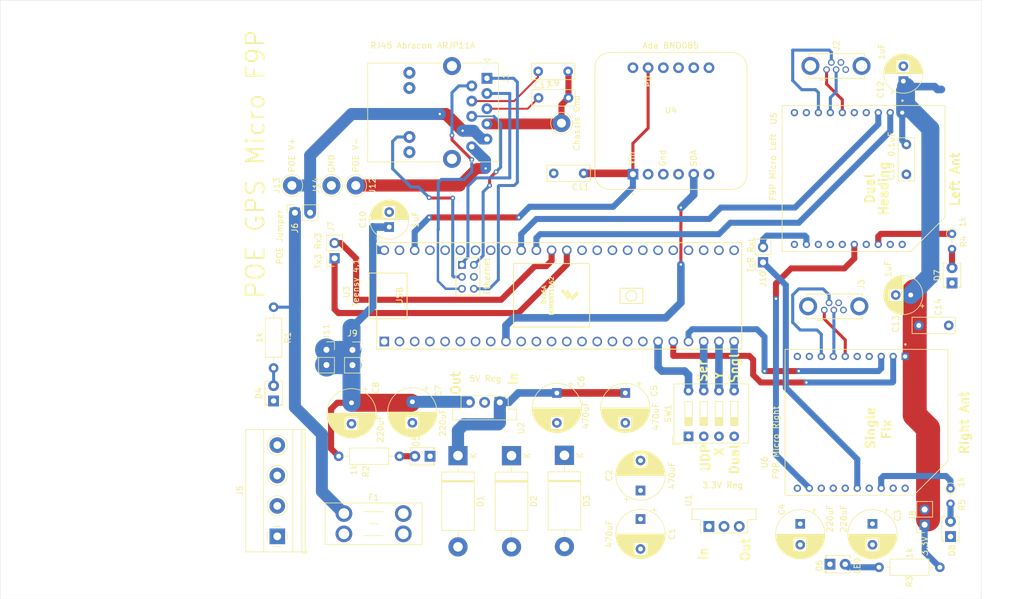
<source format=kicad_pcb>
(kicad_pcb (version 20211014) (generator pcbnew)
  (layers (0 "F.Cu" signal) (31 "B.Cu" signal) (37 "F.SilkS" user "F.Silkscreen") (44 "Edge.Cuts" user))
  (net 0 "")
  (net 1 "GND")
  (net 2 "+5V")
  (net 3 "Net-(C1-Pad1)")
  (net 4 "Net-(C5-Pad1)")
  (net 5 "+12V")
  (net 6 "Net-(J1-Pad3)")
  (net 7 "Net-(J1-Pad6)")
  (net 8 "Net-(C11-Pad1)")
  (net 10 "Net-(C17-Pad1)")
  (net 11 "Net-(J2-Pad1)")
  (net 12 "Net-(J2-Pad2)")
  (net 13 "Net-(J2-Pad3)")
  (net 15 "Net-(J3-Pad1)")
  (net 16 "Net-(J3-Pad2)")
  (net 17 "Net-(J3-Pad3)")
  (net 19 "Net-(J1-Pad1)")
  (net 20 "Net-(J1-Pad2)")
  (net 32 "Net-(U3-Pad9)")
  (net 43 "Net-(U3-Pad20)")
  (net 62 "Net-(U5-Pad16)")
  (net 75 "Net-(J1-Pad13)")
  (net 76 "Net-(SW1-Pad5)")
  (net 77 "Net-(SW1-Pad6)")
  (net 78 "Net-(SW1-Pad7)")
  (net 79 "Net-(SW1-Pad8)")
  (net 80 "Net-(U3-Pad38)")
  (net 81 "Net-(U3-Pad21)")
  (net 82 "Net-(U3-Pad39)")
  (net 85 "Earth")
  (net 87 "Net-(D1-Pad2)")
  (net 92 "Net-(J1-Pad9)")
  (net 93 "Net-(J7-Pad1)")
  (net 94 "Net-(J7-Pad2)")
  (net 95 "Net-(J10-Pad1)")
  (net 96 "Net-(J10-Pad2)")
  (net 97 "+3.3V")
  (net 98 "Net-(D4-Pad2)")
  (net 99 "Net-(D5-Pad2)")
  (net 100 "Net-(D6-Pad2)")
  (net 101 "Net-(J1-Pad10)")
  (net 102 "Net-(R4-Pad1)")
  (net 103 "Net-(D7-Pad2)")
  (net 104 "Net-(D8-Pad2)")
  (net 105 "Net-(R5-Pad1)")
  (net 106 "Net-(C9-Pad1)")
  (footprint "Diode_THT:D_DO-201AD_P15.24mm_Horizontal" (layer "F.Cu") (at 145.3896 119.7864 -90)
    (fp_text reference "D2")
    (fp_text value "1N5401")
  )
  (footprint "Resistor_THT:R_Axial_DIN0207_L6.3mm_D2.5mm_P10.16mm_Horizontal" (layer "F.Cu") (at 105.664 94.996 -90)
    (fp_text reference "R1")
    (fp_text value "1k")
  )
  (footprint "Button_Switch_THT:SW_DIP_SPSTx04_Slide_9.78x12.34mm_W7.62mm_P2.54mm" (layer "F.Cu") (at 174.9525 116.562574 90)
    (fp_text reference "SW1")
    (fp_text value "4 Pos DIP")
  )
  (footprint "Capacitor_THT:CP_Radial_D8.0mm_P5.00mm" (layer "F.Cu") (at 166.931963 125.603329 90)
    (fp_text reference "C2")
    (fp_text value "470uF")
  )
  (footprint "Capacitor_THT:CP_Radial_D8.0mm_P3.50mm" (layer "F.Cu") (at 128.831963 110.79947 -90)
    (fp_text reference "C7")
    (fp_text value "220uF")
  )
  (footprint "Capacitor_THT:CP_Radial_D6.3mm_P2.50mm" (layer "F.Cu") (at 212.0494 92.964 180)
    (fp_text reference "C13")
    (fp_text value "1uF")
  )
  (footprint "AA_Foots:Teensy41_BGT" (layer "F.Cu") (at 153.3525 93.110074)
    (fp_text reference "U3")
    (fp_text value "Teensy 4.1")
  )
  (footprint "Connector_Pin:Pin_D1.3mm_L11.0mm_LooseFit" (layer "F.Cu") (at 108.712 74.676)
    (fp_text reference "J13")
    (fp_text value "POE V+")
  )
  (footprint "Converter_DCDC:Converter_DCDC_Murata_OKI-78SR_Vertical" (layer "F.Cu") (at 178.341963 131.606148)
    (fp_text reference "U1")
    (fp_text value "3.3V Reg")
  )
  (footprint "AA_Foots:USB_Mini_B_AdamTech_musb_b5_s_vt_02_TH" (layer "F.Cu") (at 199.598277 54.72876)
    (fp_text reference "J2")
    (fp_text value "B Micro USB")
  )
  (footprint "Connector_Pin:Pin_D1.3mm_L11.0mm_LooseFit" (layer "F.Cu") (at 153.7335 64.262 180)
    (fp_text reference "J4" hide)
    (fp_text value "Chassis Gnd")
  )
  (footprint "Connector_PinSocket_2.54mm:PinSocket_1x02_P2.54mm_Vertical" (layer "F.Cu") (at 115.8435 86.828 180)
    (fp_text reference "J7")
    (fp_text value "Tx3 Rx3")
  )
  (footprint "Connector_PinSocket_2.54mm:PinSocket_1x02_P2.54mm_Vertical" (layer "F.Cu") (at 109.22 79.223 90)
    (fp_text reference "J6")
    (fp_text value "POE Jumper")
  )
  (footprint "Capacitor_THT:C_Disc_D7.0mm_W2.5mm_P5.00mm" (layer "F.Cu") (at 213.4 98.044)
    (fp_text reference "C14")
    (fp_text value "0.1uF")
  )
  (footprint "Capacitor_THT:C_Disc_D7.0mm_W2.5mm_P5.00mm" (layer "F.Cu") (at 157.44 72.644 180)
    (fp_text reference "C11")
    (fp_text value "0.1uF")
  )
  (footprint "Capacitor_THT:C_Disc_D7.0mm_W2.5mm_P5.00mm" (layer "F.Cu") (at 211.328 67.818 -90)
    (fp_text reference "C15")
    (fp_text value "0.1uF")
  )
  (footprint "Capacitor_THT:CP_Radial_D8.0mm_P3.50mm" (layer "F.Cu") (at 118.671963 110.961215 -90)
    (fp_text reference "C8")
    (fp_text value "220uF")
  )
  (footprint "Resistor_THT:R_Axial_DIN0207_L6.3mm_D2.5mm_P10.16mm_Horizontal" (layer "F.Cu") (at 216.916 138.43 180)
    (fp_text reference "R3")
    (fp_text value "1k")
  )
  (footprint "LED_THT:LED_D2.0mm_W4.0mm_H2.8mm_FlatTop" (layer "F.Cu") (at 131.7875 119.888 180)
    (fp_text reference "D5")
    (fp_text value "LED")
  )
  (footprint "Connector_PinSocket_2.54mm:PinSocket_1x02_P2.54mm_Vertical" (layer "F.Cu") (at 114.4905 102.108)
    (fp_text reference "J11")
    (fp_text value "5V")
  )
  (footprint "Connector_Pin:Pin_D1.3mm_L11.0mm_LooseFit" (layer "F.Cu") (at 119.38 74.676)
    (fp_text reference "J12")
    (fp_text value "POE V-")
  )
  (footprint "Converter_DCDC:Converter_DCDC_Murata_OKI-78SR_Vertical" (layer "F.Cu") (at 143.441963 110.890074 180)
    (fp_text reference "U2")
    (fp_text value "5V Reg")
  )
  (footprint "LED_THT:LED_D2.0mm_W4.0mm_H2.8mm_FlatTop" (layer "F.Cu") (at 218.694 133.302 90)
    (fp_text reference "D8")
    (fp_text value "LED")
  )
  (footprint "Capacitor_THT:C_Disc_D7.0mm_W2.5mm_P5.00mm" (layer "F.Cu") (at 149.9 60.0456)
    (fp_text reference "C9")
    (fp_text value "0.1uF")
  )
  (footprint "Capacitor_THT:CP_Radial_D8.0mm_P5.00mm" (layer "F.Cu") (at 166.931963 130.36947 -90)
    (fp_text reference "C1")
    (fp_text value "470uF")
  )
  (footprint "Connector_PinSocket_2.54mm:PinSocket_1x02_P2.54mm_Vertical" (layer "F.Cu") (at 214.376 131.318 180)
    (fp_text reference "J8")
    (fp_text value "3.3V")
  )
  (footprint "AA_Foots:BNO085_Adafruit_4754" (layer "F.Cu") (at 172.011963 63.900074)
    (fp_text reference "U4")
    (fp_text value "Ada BNO085")
  )
  (footprint "AA_Foots:MODULE_AS-RTK2B-MICRO-F9P-L1L2SMATH-00" (layer "F.Cu") (at 204.659203 114.2265 -90)
    (fp_text reference "U6")
    (fp_text value "F9P Micro Right")
  )
  (footprint "Connector_Pin:Pin_D1.3mm_L11.0mm_LooseFit" (layer "F.Cu") (at 115.316 74.676)
    (fp_text reference "J14")
    (fp_text value "GND")
  )
  (footprint "Diode_THT:D_DO-201AD_P15.24mm_Horizontal" (layer "F.Cu") (at 154.2288 119.7356 -90)
    (fp_text reference "D3")
    (fp_text value "1N5401")
  )
  (footprint "LED_THT:LED_D2.0mm_W4.0mm_H2.8mm_FlatTop" (layer "F.Cu") (at 198.5645 137.922)
    (fp_text reference "D6")
    (fp_text value "LED")
  )
  (footprint "Diode_THT:D_DO-201AD_P15.24mm_Horizontal" (layer "F.Cu") (at 136.451963 119.780074 -90)
    (fp_text reference "D1")
    (fp_text value "1N5401")
  )
  (footprint "Capacitor_THT:CP_Radial_D8.0mm_P5.00mm" (layer "F.Cu") (at 152.961963 109.317121 -90)
    (fp_text reference "C6")
    (fp_text value "470uF")
  )
  (footprint "Connector_RJ:RJ45_Abracon_ARJP11A-MA_Horizontal" (layer "F.Cu") (at 141.2875 56.774 -90)
    (fp_text reference "J1")
    (fp_text value "RJ45 Abracon ARJP11A")
  )
  (footprint "Connector_PinSocket_2.54mm:PinSocket_1x02_P2.54mm_Vertical" (layer "F.Cu") (at 187.3885 87.503 180)
    (fp_text reference "J10")
    (fp_text value "TxR RxL")
  )
  (footprint "Resistor_THT:R_Axial_DIN0207_L6.3mm_D2.5mm_P10.16mm_Horizontal" (layer "F.Cu") (at 116.5225 119.888)
    (fp_text reference "R2")
    (fp_text value "1k")
  )
  (footprint "Capacitor_THT:CP_Radial_D8.0mm_P5.00mm" (layer "F.Cu") (at 164.391963 109.317121 -90)
    (fp_text reference "C5")
    (fp_text value "470uF")
  )
  (footprint "AA_Foots:USB_Mini_B_AdamTech_musb_b5_s_vt_02_TH" (layer "F.Cu") (at 199.2175 94.869)
    (fp_text reference "J3")
    (fp_text value "B Micro USB")
  )
  (footprint "Capacitor_THT:CP_Radial_D6.3mm_P2.50mm" (layer "F.Cu") (at 210.82 57.248758 90)
    (fp_text reference "C12")
    (fp_text value "1uF")
  )
  (footprint "Capacitor_THT:CP_Radial_D8.0mm_P3.50mm" (layer "F.Cu") (at 205.666963 131.168094 -90)
    (fp_text reference "C3")
    (fp_text value "220uF")
  )
  (footprint "AA_Foots:MODULE_AS-RTK2B-MICRO-F9P-L1L2SMATH-00" (layer "F.Cu") (at 204.170277 73.51126 -90)
    (fp_text reference "U5")
    (fp_text value "F9P Micro Left")
  )
  (footprint "LED_THT:LED_D2.0mm_W4.0mm_H2.8mm_FlatTop" (layer "F.Cu") (at 218.948 90.952 90)
    (fp_text reference "D7")
    (fp_text value "LED")
  )
  (footprint "Connector_PinSocket_2.54mm:PinSocket_1x02_P2.54mm_Vertical" (layer "F.Cu") (at 118.8335 102.128)
    (fp_text reference "J9")
    (fp_text value "5V")
  )
  (footprint "Capacitor_THT:CP_Radial_D8.0mm_P3.50mm" (layer "F.Cu") (at 193.601963 131.168195 -90)
    (fp_text reference "C4")
    (fp_text value "220uF")
  )
  (footprint "Capacitor_THT:C_Disc_D7.0mm_W2.5mm_P5.00mm" (layer "F.Cu") (at 149.8492 55.626)
    (fp_text reference "C17")
    (fp_text value "0.1uF")
  )
  (footprint "Resistor_THT:R_Axial_DIN0204_L3.6mm_D1.6mm_P2.54mm_Vertical" (layer "F.Cu") (at 218.694 125.272 -90)
    (fp_text reference "R5")
    (fp_text value "1k")
  )
  (footprint "Fuse:Fuseholder_Blade_Mini_Keystone_3568" (layer "F.Cu") (at 117.401963 129.451148)
    (fp_text reference "F1")
    (fp_text value "Keystone 3568")
  )
  (footprint "LED_THT:LED_D2.0mm_W4.0mm_H2.8mm_FlatTop" (layer "F.Cu") (at 105.664 110.646 90)
    (fp_text reference "D4")
    (fp_text value "LED")
  )
  (footprint "TerminalBlock_Phoenix:TerminalBlock_Phoenix_MKDS-1,5-4-5.08_1x04_P5.08mm_Horizontal" (layer "F.Cu") (at 106.276963 133.261148 90)
    (fp_text reference "J5")
    (fp_text value "4x Terminal")
  )
  (footprint "Capacitor_THT:CP_Radial_D6.3mm_P2.50mm" (layer "F.Cu") (at 124.968 81.61628 90)
    (fp_text reference "C10")
    (fp_text value "1uF")
  )
  (footprint "Resistor_THT:R_Axial_DIN0204_L3.6mm_D1.6mm_P2.54mm_Vertical" (layer "F.Cu") (at 218.948 82.756 -90)
    (fp_text reference "R4")
    (fp_text value "1k")
  )
  (gr_rect locked (start 223.834 143.726) (end 60 43.726) (layer "Edge.Cuts") (width 0.05) (fill none))
  (gr_text "Heading" (at 207.518 75.184 90) (layer "F.SilkS") (effects (font (size 1.5 1.5) (thickness 0.3))))
  (gr_text "Y" (at 180.086 106.426 90) (layer "F.SilkS") (effects (font (size 1.5 1.5) (thickness 0.3))))
  (gr_text "POE GPS Micro F9P" (at 102.616 71.12 90) (layer "F.SilkS") (effects (font (size 3 3) (thickness 0.3))))
  (gr_text "Dual\n" (at 205.232 75.184 90) (layer "F.SilkS") (effects (font (size 1.5 1.5) (thickness 0.3))))
  (gr_text "Out" (at 136.0805 107.696 90) (layer "F.SilkS") (effects (font (size 1.5 1.5) (thickness 0.3))))
  (gr_text "Single" (at 205.3336 115.1636 90) (layer "F.SilkS") (effects (font (size 1.5 1.5) (thickness 0.3))))
  (gr_text "Ser" (at 177.292 105.664 90) (layer "F.SilkS") (effects (font (size 1.5 1.5) (thickness 0.3))))
  (gr_text "X" (at 180.086 119.126 90) (layer "F.SilkS") (effects (font (size 1.5 1.5) (thickness 0.3))))
  (gr_text "Out" (at 184.4675 135.509 90) (layer "F.SilkS") (effects (font (size 1.5 1.5) (thickness 0.3))))
  (gr_text "Right Ant\n" (at 220.98 114.3 90) (layer "F.SilkS") (effects (font (size 1.5 1.5) (thickness 0.3))))
  (gr_text "Fix\n" (at 208.026 115.4176 90) (layer "F.SilkS") (effects (font (size 1.5 1.5) (thickness 0.3))))
  (gr_text "In" (at 145.7325 106.934 90) (layer "F.SilkS") (effects (font (size 1.5 1.5) (thickness 0.3))))
  (gr_text "Sngl" (at 182.626 105.156 90) (layer "F.SilkS") (effects (font (size 1.5 1.5) (thickness 0.3))))
  (gr_text "Dual" (at 182.626 120.396 90) (layer "F.SilkS") (effects (font (size 1.5 1.5) (thickness 0.3))))
  (gr_text "Left Ant\n" (at 219.456 73.66 90) (layer "F.SilkS") (effects (font (size 1.5 1.5) (thickness 0.3))))
  (gr_text "UDP" (at 177.8 120.142 90) (layer "F.SilkS") (effects (font (size 1.5 1.5) (thickness 0.3))))
  (gr_text "In" (at 177.4825 136.144 90) (layer "F.SilkS") (effects (font (size 1.5 1.5) (thickness 0.3))))
  (segment (start 115.2525 118.618) (end 115.2525 112.014) (width 1.016) (layer "F.Cu") (net 2))
  (segment (start 115.2525 112.014) (end 116.305285 110.961215) (width 1.016) (layer "F.Cu") (net 2))
  (segment (start 116.305285 110.961215) (end 118.671963 110.961215) (width 1.016) (layer "F.Cu") (net 2))
  (segment (start 116.5225 119.888) (end 115.2525 118.618) (width 1.016) (layer "F.Cu") (net 2))
  (segment (start 118.671963 110.961215) (end 128.670218 110.961215) (width 3) (layer "F.Cu") (net 2))
  (segment (start 122.2375 94.869) (end 118.671963 98.434537) (width 1.27) (layer "B.Cu") (net 2))
  (segment (start 114.4905 102.108) (end 114.4905 104.648) (width 3) (layer "B.Cu") (net 2))
  (segment (start 122.2375 81.592454) (end 122.2375 94.869) (width 1.27) (layer "B.Cu") (net 2))
  (segment (start 122.2375 81.592454) (end 122.261326 81.61628) (width 1.27) (layer "B.Cu") (net 2))
  (segment (start 118.8335 104.668) (end 114.5105 104.668) (width 3) (layer "B.Cu") (net 2))
  (segment (start 128.831963 110.79947) (end 138.271359 110.79947) (width 2) (layer "B.Cu") (net 2))
  (segment (start 114.5105 102.128) (end 114.4905 102.108) (width 3.81) (layer "B.Cu") (net 2))
  (segment (start 118.671963 98.434537) (end 118.671963 110.961215) (width 3) (layer "B.Cu") (net 2))
  (segment (start 118.8335 102.128) (end 114.5105 102.128) (width 3) (layer "B.Cu") (net 2))
  (segment (start 124.1425 85.490074) (end 123.018574 85.490074) (width 1.27) (layer "B.Cu") (net 2))
  (segment (start 123.018574 85.490074) (end 122.2375 84.709) (width 1.27) (layer "B.Cu") (net 2))
  (segment (start 122.2375 84.709) (end 122.2375 81.592454) (width 1.27) (layer "B.Cu") (net 2))
  (segment (start 122.261326 81.61628) (end 124.968 81.61628) (width 1.27) (layer "B.Cu") (net 2))
  (segment (start 114.5105 104.668) (end 114.4905 104.648) (width 3.81) (layer "B.Cu") (net 2))
  (segment (start 164.391963 109.317121) (end 152.961963 109.317121) (width 1.27) (layer "F.Cu") (net 4))
  (segment (start 144.951426 110.890074) (end 146.524379 109.317121) (width 1.27) (layer "B.Cu") (net 4))
  (segment (start 143.441963 114.304537) (end 143.441963 110.890074) (width 2.032) (layer "B.Cu") (net 4))
  (segment (start 143.1925 114.554) (end 143.441963 114.304537) (width 2.032) (layer "B.Cu") (net 4))
  (segment (start 146.524379 109.317121) (end 152.961963 109.317121) (width 1.27) (layer "B.Cu") (net 4))
  (segment (start 137.4775 114.554) (end 143.1925 114.554) (width 2.032) (layer "B.Cu") (net 4))
  (segment (start 143.441963 110.890074) (end 144.951426 110.890074) (width 1.27) (layer "B.Cu") (net 4))
  (segment (start 136.451963 115.579537) (end 137.4775 114.554) (width 2.032) (layer "B.Cu") (net 4))
  (segment (start 136.451963 119.780074) (end 136.451963 115.579537) (width 2.032) (layer "B.Cu") (net 4))
  (segment (start 113.7285 125.777685) (end 117.401963 129.451148) (width 2) (layer "B.Cu") (net 5))
  (segment (start 108.712 94.996) (end 109.22 94.488) (width 0.508) (layer "B.Cu") (net 5))
  (segment (start 109.22 94.488) (end 109.22 111.6965) (width 2) (layer "B.Cu") (net 5))
  (segment (start 109.22 79.223) (end 109.22 94.488) (width 2) (layer "B.Cu") (net 5))
  (segment (start 105.664 94.996) (end 108.712 94.996) (width 0.508) (layer "B.Cu") (net 5))
  (segment (start 109.22 111.6965) (end 113.7285 116.205) (width 2) (layer "B.Cu") (net 5))
  (segment (start 113.7285 116.205) (end 113.7285 125.777685) (width 2) (layer "B.Cu") (net 5))
  (segment (start 139.5095 73.406) (end 145.0975 73.406) (width 0.5) (layer "B.Cu") (net 6))
  (segment (start 138.1125 86.614) (end 138.1125 74.803) (width 0.5) (layer "B.Cu") (net 6))
  (segment (start 145.0975 59.309) (end 141.2925 59.309) (width 0.5) (layer "B.Cu") (net 6))
  (segment (start 137.1125 87.614) (end 138.1125 86.614) (width 0.5) (layer "B.Cu") (net 6))
  (segment (start 138.1125 74.803) (end 139.5095 73.406) (width 0.5) (layer "B.Cu") (net 6))
  (segment (start 145.0975 73.406) (end 145.0975 59.309) (width 0.5) (layer "B.Cu") (net 6))
  (segment (start 142.8115 72.39) (end 141.732 73.4695) (width 0.5) (layer "F.Cu") (net 7))
  (segment (start 141.732 73.4695) (end 141.732 74.676) (width 0.5) (layer "F.Cu") (net 7))
  (via (at 141.732 74.676) (size 0.8) (drill 0.4) (layers "F.Cu" "B.Cu") (net 7))
  (via (at 142.8115 72.39) (size 0.8) (drill 0.4) (layers "F.Cu" "B.Cu") (net 7))
  (segment (start 141.732 74.676) (end 140.6525 75.7555) (width 0.5) (layer "B.Cu") (net 7))
  (segment (start 142.8115 72.39) (end 143.5735 71.628) (width 0.5) (layer "B.Cu") (net 7))
  (segment (start 143.5735 71.628) (end 143.5735 64.262) (width 0.5) (layer "B.Cu") (net 7))
  (segment (start 140.6525 86.388474) (end 139.1125 87.928474) (width 0.5) (layer "B.Cu") (net 7))
  (segment (start 138.7475 63.124) (end 142.4355 63.124) (width 0.3) (layer "B.Cu") (net 7))
  (segment (start 140.6525 75.7555) (end 140.6525 86.388474) (width 0.5) (layer "B.Cu") (net 7))
  (segment (start 143.5735 64.262) (end 142.4355 63.124) (width 0.5) (layer "B.Cu") (net 7))
  (segment (start 157.44 72.644) (end 165.515889 72.644) (width 1.27) (layer "F.Cu") (net 8))
  (segment (start 165.661963 67.637037) (end 165.661963 72.790074) (width 0.508) (layer "F.Cu") (net 8))
  (segment (start 168.201963 55.010074) (end 168.201963 65.097037) (width 0.508) (layer "F.Cu") (net 8))
  (segment (start 168.201963 65.097037) (end 165.661963 67.637037) (width 0.508) (layer "F.Cu") (net 8))
  (segment (start 131.6355 80.01) (end 146.6215 80.01) (width 1.016) (layer "F.Cu") (net 8))
  (via (at 131.6355 80.01) (size 0.8) (drill 0.4) (layers "F.Cu" "B.Cu") (net 8))
  (via (at 146.6215 80.01) (size 0.8) (drill 0.4) (layers "F.Cu" "B.Cu") (net 8))
  (segment (start 129.2225 85.490074) (end 129.2225 82.423) (width 1.016) (layer "B.Cu") (net 8))
  (segment (start 162.3695 78.232) (end 148.3995 78.232) (width 1.016) (layer "B.Cu") (net 8))
  (segment (start 148.3995 78.232) (end 146.6215 80.01) (width 1.016) (layer "B.Cu") (net 8))
  (segment (start 129.2225 82.423) (end 131.6355 80.01) (width 1.016) (layer "B.Cu") (net 8))
  (segment (start 165.661963 74.939537) (end 162.3695 78.232) (width 1.016) (layer "B.Cu") (net 8))
  (segment (start 165.661963 72.790074) (end 165.661963 74.939537) (width 1.016) (layer "B.Cu") (net 8))
  (segment (start 149.8092 55.666) (end 149.8492 55.626) (width 0.32) (layer "F.Cu") (net 10))
  (segment (start 145.8164 60.584) (end 149.8092 56.5912) (width 0.32) (layer "F.Cu") (net 10))
  (segment (start 149.8092 56.5912) (end 149.8092 55.666) (width 0.32) (layer "F.Cu") (net 10))
  (segment (start 138.7475 60.584) (end 145.8164 60.584) (width 0.32) (layer "F.Cu") (net 10))
  (segment (start 200.634477 60.362977) (end 200.634477 62.50736) (width 0.508) (layer "F.Cu") (net 11))
  (segment (start 197.998277 57.726777) (end 200.634477 60.362977) (width 0.508) (layer "F.Cu") (net 11))
  (segment (start 197.998277 55.32876) (end 197.998277 57.726777) (width 0.508) (layer "F.Cu") (net 11))
  (segment (start 196.634477 59.156977) (end 196.634477 62.50736) (width 0.508) (layer "B.Cu") (net 12))
  (segment (start 198.798277 52.430777) (end 198.4375 52.07) (width 0.508) (layer "B.Cu") (net 12))
  (segment (start 198.4375 52.07) (end 192.3415 52.07) (width 0.508) (layer "B.Cu") (net 12))
  (segment (start 192.3415 57.15) (end 193.8655 58.674) (width 0.508) (layer "B.Cu") (net 12))
  (segment (start 193.8655 58.674) (end 196.1515 58.674) (width 0.508) (layer "B.Cu") (net 12))
  (segment (start 196.1515 58.674) (end 196.634477 59.156977) (width 0.508) (layer "B.Cu") (net 12))
  (segment (start 192.3415 52.07) (end 192.3415 57.15) (width 0.508) (layer "B.Cu") (net 12))
  (segment (start 198.798277 54.12876) (end 198.798277 52.430777) (width 0.508) (layer "B.Cu") (net 12))
  (segment (start 198.634477 60.001023) (end 198.634477 62.50736) (width 0.508) (layer "B.Cu") (net 13))
  (segment (start 199.598277 59.037223) (end 198.634477 60.001023) (width 0.508) (layer "B.Cu") (net 13))
  (segment (start 199.598277 55.32876) (end 199.598277 59.037223) (width 0.508) (layer "B.Cu") (net 13))
  (segment (start 197.6175 95.469) (end 197.6175 96.97) (width 0.508) (layer "F.Cu") (net 15))
  (segment (start 201.123403 100.475903) (end 201.123403 103.2226) (width 0.508) (layer "F.Cu") (net 15))
  (segment (start 197.6175 96.97) (end 201.123403 100.475903) (width 0.508) (layer "F.Cu") (net 15))
  (segment (start 198.4175 92.944) (end 197.4215 91.948) (width 0.508) (layer "B.Cu") (net 16))
  (segment (start 196.4055 98.806) (end 197.123403 99.523903) (width 0.508) (layer "B.Cu") (net 16))
  (segment (start 198.4175 94.269) (end 198.4175 92.944) (width 0.508) (layer "B.Cu") (net 16))
  (segment (start 197.123403 99.523903) (end 197.123403 103.2226) (width 0.508) (layer "B.Cu") (net 16))
  (segment (start 197.4215 91.948) (end 193.3575 91.948) (width 0.508) (layer "B.Cu") (net 16))
  (segment (start 193.3575 91.948) (end 192.3415 92.964) (width 0.508) (layer "B.Cu") (net 16))
  (segment (start 192.3415 97.536) (end 193.6115 98.806) (width 0.508) (layer "B.Cu") (net 16))
  (segment (start 192.3415 92.964) (end 192.3415 97.536) (width 0.508) (layer "B.Cu") (net 16))
  (segment (start 193.6115 98.806) (end 196.4055 98.806) (width 0.508) (layer "B.Cu") (net 16))
  (segment (start 199.2175 95.469) (end 199.2175 103.128503) (width 0.508) (layer "B.Cu") (net 17))
  (segment (start 139.1125 91.928474) (end 141.688026 91.928474) (width 0.5) (layer "B.Cu") (net 19))
  (segment (start 146.3675 57.404) (end 145.7375 56.774) (width 0.5) (layer "B.Cu") (net 19))
  (segment (start 145.7375 56.774) (end 141.2875 56.774) (width 0.5) (layer "B.Cu") (net 19))
  (segment (start 145.8595 74.676) (end 146.3675 74.168) (width 0.5) (layer "B.Cu") (net 19))
  (segment (start 141.688026 91.928474) (end 143.1925 90.424) (width 0.5) (layer "B.Cu") (net 19))
  (segment (start 143.3195 74.676) (end 145.8595 74.676) (width 0.5) (layer "B.Cu") (net 19))
  (segment (start 143.1925 74.803) (end 143.3195 74.676) (width 0.5) (layer "B.Cu") (net 19))
  (segment (start 146.3675 74.168) (end 146.3675 57.404) (width 0.5) (layer "B.Cu") (net 19))
  (segment (start 143.1925 90.424) (end 143.1925 74.803) (width 0.5) (layer "B.Cu") (net 19))
  (segment (start 138.7475 70.358) (end 135.4455 67.056) (width 0.5) (layer "F.Cu") (net 20))
  (segment (start 135.4455 67.056) (end 135.4455 66.294) (width 0.5) (layer "F.Cu") (net 20))
  (via (at 135.4455 66.294) (size 0.8) (drill 0.4) (layers "F.Cu" "B.Cu") (net 20))
  (via (at 138.7475 70.358) (size 0.8) (drill 0.4) (layers "F.Cu" "B.Cu") (net 20))
  (segment (start 136.5835 58.044) (end 138.7475 58.044) (width 0.5) (layer "B.Cu") (net 20))
  (segment (start 135.4455 66.294) (end 135.4455 59.182) (width 0.5) (layer "B.Cu") (net 20))
  (segment (start 134.409974 91.928474) (end 137.1125 91.928474) (width 0.4) (layer "B.Cu") (net 20))
  (segment (start 133.1595 82.042) (end 133.1425 82.059) (width 0.5) (layer "B.Cu") (net 20))
  (segment (start 133.1425 82.059) (end 133.1025 82.099) (width 0.4) (layer "B.Cu") (net 20))
  (segment (start 138.7475 70.358) (end 138.7475 72.39) (width 0.5) (layer "B.Cu") (net 20))
  (segment (start 133.6675 73.66) (end 133.1595 74.168) (width 0.5) (layer "B.Cu") (net 20))
  (segment (start 135.4455 59.182) (end 136.5835 58.044) (width 0.5) (layer "B.Cu") (net 20))
  (segment (start 138.7475 72.39) (end 137.4775 73.66) (width 0.5) (layer "B.Cu") (net 20))
  (segment (start 133.1595 74.168) (end 133.1595 82.042) (width 0.5) (layer "B.Cu") (net 20))
  (segment (start 133.1025 90.621) (end 134.409974 91.928474) (width 0.4) (layer "B.Cu") (net 20))
  (segment (start 137.4775 73.66) (end 133.6675 73.66) (width 0.5) (layer "B.Cu") (net 20))
  (segment (start 133.1025 82.099) (end 133.1025 90.621) (width 0.4) (layer "B.Cu") (net 20))
  (segment (start 173.6725 78.359) (end 173.6725 87.884) (width 0.508) (layer "F.Cu") (net 32))
  (via (at 173.6725 87.884) (size 0.8) (drill 0.4) (layers "F.Cu" "B.Cu") (net 32))
  (via (at 173.6725 78.359) (size 0.8) (drill 0.4) (layers "F.Cu" "B.Cu") (net 32))
  (segment (start 144.4625 100.730074) (end 144.4625 98.044) (width 1.27) (layer "B.Cu") (net 32))
  (segment (start 145.7325 96.774) (end 171.1325 96.774) (width 1.27) (layer "B.Cu") (net 32))
  (segment (start 175.821963 76.209537) (end 173.6725 78.359) (width 1.27) (layer "B.Cu") (net 32))
  (segment (start 144.4625 98.044) (end 145.7325 96.774) (width 1.27) (layer "B.Cu") (net 32))
  (segment (start 173.6725 94.234) (end 173.6725 87.884) (width 1.27) (layer "B.Cu") (net 32))
  (segment (start 175.821963 72.790074) (end 175.821963 76.209537) (width 1.27) (layer "B.Cu") (net 32))
  (segment (start 171.1325 96.774) (end 173.6725 94.234) (width 1.27) (layer "B.Cu") (net 32))
  (segment (start 185.7375 103.759) (end 185.7375 106.299) (width 1) (layer "F.Cu") (net 43))
  (segment (start 172.4025 100.730074) (end 172.4025 103.124) (width 1) (layer "F.Cu") (net 43))
  (segment (start 185.1025 103.124) (end 185.7375 103.759) (width 1) (layer "F.Cu") (net 43))
  (segment (start 172.4025 103.124) (end 185.1025 103.124) (width 1) (layer "F.Cu") (net 43))
  (segment (start 187.0075 107.569) (end 194.6275 107.569) (width 1) (layer "F.Cu") (net 43))
  (segment (start 185.7375 106.299) (end 187.0075 107.569) (width 1) (layer "F.Cu") (net 43))
  (via (at 194.6275 107.569) (size 0.8) (drill 0.4) (layers "F.Cu" "B.Cu") (net 43))
  (segment (start 208.9658 107.569) (end 194.6275 107.569) (width 1) (layer "B.Cu") (net 43))
  (segment (start 209.123403 103.2226) (end 209.123403 107.459903) (width 1) (layer "B.Cu") (net 43))
  (segment (start 209.0928 107.442) (end 208.9658 107.569) (width 1) (layer "B.Cu") (net 43))
  (segment (start 189.5475 93.599) (end 189.5475 91.059) (width 1) (layer "F.Cu") (net 62))
  (segment (start 202.634477 86.862023) (end 202.634477 84.51466) (width 1) (layer "F.Cu") (net 62))
  (segment (start 192.0875 88.519) (end 200.9775 88.519) (width 1) (layer "F.Cu") (net 62))
  (segment (start 189.5475 91.059) (end 192.0875 88.519) (width 1) (layer "F.Cu") (net 62))
  (segment (start 200.9775 88.519) (end 202.634477 86.862023) (width 1) (layer "F.Cu") (net 62))
  (via (at 189.5475 93.599) (size 0.8) (drill 0.4) (layers "F.Cu" "B.Cu") (net 62))
  (segment (start 189.5475 119.653997) (end 193.684403 123.7909) (width 1) (layer "B.Cu") (net 62))
  (segment (start 195.123403 125.194846) (end 195.123403 125.2299) (width 1) (layer "B.Cu") (net 62))
  (segment (start 189.5475 93.599) (end 189.5475 119.653997) (width 1) (layer "B.Cu") (net 62))
  (segment (start 193.719457 123.7909) (end 195.123403 125.194846) (width 1) (layer "B.Cu") (net 62))
  (segment (start 193.684403 123.7909) (end 193.719457 123.7909) (width 1) (layer "B.Cu") (net 62))
  (segment (start 131.699 76.7715) (end 131.6355 76.708) (width 0.5) (layer "F.Cu") (net 75))
  (segment (start 135.5725 76.7715) (end 131.699 76.7715) (width 0.5) (layer "F.Cu") (net 75))
  (via (at 131.6355 76.708) (size 0.8) (drill 0.4) (layers "F.Cu" "B.Cu") (net 75))
  (via (at 135.5725 76.7715) (size 0.8) (drill 0.4) (layers "F.Cu" "B.Cu") (net 75))
  (segment (start 125.5395 71.882) (end 125.5395 67.31) (width 0.508) (layer "B.Cu") (net 75))
  (segment (start 126.2755 66.574) (end 128.3375 66.574) (width 0.508) (layer "B.Cu") (net 75))
  (segment (start 135.5725 76.7715) (end 135.5725 89.789) (width 0.5) (layer "B.Cu") (net 75))
  (segment (start 135.711974 89.928474) (end 137.1125 89.928474) (width 0.5) (layer "B.Cu") (net 75))
  (segment (start 125.5395 67.31) (end 126.2755 66.574) (width 0.508) (layer "B.Cu") (net 75))
  (segment (start 131.6355 76.708) (end 129.8575 74.93) (width 0.508) (layer "B.Cu") (net 75))
  (segment (start 129.8575 74.93) (end 128.5875 74.93) (width 0.508) (layer "B.Cu") (net 75))
  (segment (start 128.5875 74.93) (end 125.5395 71.882) (width 0.508) (layer "B.Cu") (net 75))
  (segment (start 135.5725 89.789) (end 135.711974 89.928474) (width 0.5) (layer "B.Cu") (net 75))
  (segment (start 182.5625 100.730074) (end 182.5625 108.932574) (width 1.27) (layer "B.Cu") (net 76))
  (segment (start 180.0225 100.730074) (end 180.0225 108.932574) (width 1.27) (layer "B.Cu") (net 77))
  (segment (start 177.4825 100.730074) (end 177.4825 108.932574) (width 1.27) (layer "B.Cu") (net 78))
  (segment (start 169.8625 105.029) (end 170.4975 105.664) (width 1.27) (layer "B.Cu") (net 79))
  (segment (start 169.8625 100.730074) (end 169.8625 105.029) (width 1.27) (layer "B.Cu") (net 79))
  (segment (start 174.3075 105.664) (end 174.9525 106.309) (width 1.27) (layer "B.Cu") (net 79))
  (segment (start 174.9525 106.309) (end 174.9525 108.942574) (width 1.27) (layer "B.Cu") (net 79))
  (segment (start 170.4975 105.664) (end 174.3075 105.664) (width 1.27) (layer "B.Cu") (net 79))
  (segment (start 193.3575 80.899) (end 181.9275 80.899) (width 1) (layer "B.Cu") (net 80))
  (segment (start 181.9275 80.899) (end 180.0225 82.804) (width 1) (layer "B.Cu") (net 80))
  (segment (start 208.634477 65.622023) (end 193.3575 80.899) (width 1) (layer "B.Cu") (net 80))
  (segment (start 180.0225 82.804) (end 150.1775 82.804) (width 1) (layer "B.Cu") (net 80))
  (segment (start 150.1775 82.804) (end 149.5425 83.439) (width 1) (layer "B.Cu") (net 80))
  (segment (start 149.5425 83.439) (end 149.5425 85.490074) (width 1) (layer "B.Cu") (net 80))
  (segment (start 208.634477 62.50736) (end 208.634477 65.622023) (width 1) (layer "B.Cu") (net 80))
  (segment (start 193.3575 105.664) (end 187.6425 105.664) (width 1) (layer "F.Cu") (net 81))
  (via (at 193.3575 105.664) (size 0.8) (drill 0.4) (layers "F.Cu" "B.Cu") (net 81))
  (via (at 187.6425 105.664) (size 0.8) (drill 0.4) (layers "F.Cu" "B.Cu") (net 81))
  (segment (start 207.123403 105.233097) (end 206.6925 105.664) (width 1) (layer "B.Cu") (net 81))
  (segment (start 206.6925 105.664) (end 193.3575 105.664) (width 1) (layer "B.Cu") (net 81))
  (segment (start 187.6425 99.949) (end 186.3725 98.679) (width 1) (layer "B.Cu") (net 81))
  (segment (start 174.9425 99.314) (end 174.9425 100.730074) (width 1) (layer "B.Cu") (net 81))
  (segment (start 175.5775 98.679) (end 174.9425 99.314) (width 1) (layer "B.Cu") (net 81))
  (segment (start 186.3725 98.679) (end 175.5775 98.679) (width 1) (layer "B.Cu") (net 81))
  (segment (start 187.6425 105.664) (end 187.6425 99.949) (width 1) (layer "B.Cu") (net 81))
  (segment (start 207.123403 103.2226) (end 207.123403 105.233097) (width 1) (layer "B.Cu") (net 81))
  (segment (start 206.634477 64.447023) (end 192.7225 78.359) (width 1) (layer "B.Cu") (net 82))
  (segment (start 149.5425 80.264) (end 147.0025 82.804) (width 1) (layer "B.Cu") (net 82))
  (segment (start 178.435 80.264) (end 149.5425 80.264) (width 1) (layer "B.Cu") (net 82))
  (segment (start 192.7225 78.359) (end 180.34 78.359) (width 1) (layer "B.Cu") (net 82))
  (segment (start 180.34 78.359) (end 178.435 80.264) (width 1) (layer "B.Cu") (net 82))
  (segment (start 206.634477 62.50736) (end 206.634477 64.447023) (width 1) (layer "B.Cu") (net 82))
  (segment (start 147.0025 82.804) (end 147.0025 85.490074) (width 1) (layer "B.Cu") (net 82))
  (segment (start 153.7335 61.2121) (end 154.9 60.0456) (width 1.016) (layer "F.Cu") (net 85))
  (segment (start 153.7335 64.262) (end 153.7335 61.2121) (width 1.016) (layer "F.Cu") (net 85))
  (segment (start 154.9 55.6768) (end 154.8492 55.626) (width 1.016) (layer "F.Cu") (net 85))
  (segment (start 141.2875 64.394) (end 154.090889 64.394) (width 1.8) (layer "F.Cu") (net 85))
  (segment (start 154.9 60.0456) (end 154.9 55.6768) (width 1.016) (layer "F.Cu") (net 85))
  (segment (start 134.4295 62.738) (end 137.2235 65.532) (width 2) (layer "F.Cu") (net 92))
  (segment (start 133.4135 62.738) (end 134.4295 62.738) (width 2) (layer "F.Cu") (net 92))
  (via (at 137.2235 65.532) (size 0.8) (drill 0.4) (layers "F.Cu" "B.Cu") (net 92))
  (via (at 133.4135 62.738) (size 0.8) (drill 0.4) (layers "F.Cu" "B.Cu") (net 92))
  (segment (start 111.76 74.676) (end 111.76 79.223) (width 2) (layer "B.Cu") (net 92))
  (segment (start 111.76 69.6595) (end 111.76 74.676) (width 2) (layer "B.Cu") (net 92))
  (segment (start 118.6815 62.738) (end 111.76 69.6595) (width 2) (layer "B.Cu") (net 92))
  (segment (start 140.447349 66.934) (end 139.045349 65.532) (width 1.8) (layer "B.Cu") (net 92))
  (segment (start 111.76 74.676) (end 108.712 74.676) (width 2) (layer "B.Cu") (net 92))
  (segment (start 133.4135 62.738) (end 118.6815 62.738) (width 2) (layer "B.Cu") (net 92))
  (segment (start 139.045349 65.532) (end 137.2235 65.532) (width 2) (layer "B.Cu") (net 92))
  (segment (start 141.2875 66.934) (end 140.447349 66.934) (width 1.8) (layer "B.Cu") (net 92))
  (segment (start 116.4875 95.977) (end 115.8435 95.333) (width 1.016) (layer "F.Cu") (net 93))
  (segment (start 154.6225 87.884) (end 146.5295 95.977) (width 1.016) (layer "F.Cu") (net 93))
  (segment (start 146.5295 95.977) (end 116.4875 95.977) (width 1.016) (layer "F.Cu") (net 93))
  (segment (start 115.8435 95.333) (end 115.8435 86.828) (width 1.016) (layer "F.Cu") (net 93))
  (segment (start 154.6225 85.490074) (end 154.6225 87.884) (width 1.016) (layer "F.Cu") (net 93))
  (segment (start 151.1935 88.138) (end 152.0825 87.249) (width 1.016) (layer "F.Cu") (net 94))
  (segment (start 119.4435 93.853) (end 119.5355 93.761) (width 1.016) (layer "F.Cu") (net 94))
  (segment (start 119.4435 86.868) (end 119.4435 93.853) (width 1.016) (layer "F.Cu") (net 94))
  (segment (start 143.6655 93.761) (end 149.2885 88.138) (width 1.016) (layer "F.Cu") (net 94))
  (segment (start 152.0825 87.249) (end 152.0825 85.490074) (width 1.016) (layer "F.Cu") (net 94))
  (segment (start 119.5355 93.761) (end 143.6655 93.761) (width 1.016) (layer "F.Cu") (net 94))
  (segment (start 116.8635 84.288) (end 119.4435 86.868) (width 1.016) (layer "F.Cu") (net 94))
  (segment (start 115.8435 84.288) (end 116.8635 84.288) (width 1.016) (layer "F.Cu") (net 94))
  (segment (start 149.2885 88.138) (end 151.1935 88.138) (width 1.016) (layer "F.Cu") (net 94))
  (segment (start 191.1985 108.458) (end 191.1985 91.313) (width 1.016) (layer "B.Cu") (net 95))
  (segment (start 203.123403 120.382903) (end 191.1985 108.458) (width 1.016) (layer "B.Cu") (net 95))
  (segment (start 191.1985 91.313) (end 187.3885 87.503) (width 1.016) (layer "B.Cu") (net 95))
  (segment (start 203.123403 125.2299) (end 203.123403 120.382903) (width 1.016) (layer "B.Cu") (net 95))
  (segment (start 194.634477 83.318977) (end 194.3735 83.058) (width 1.016) (layer "B.Cu") (net 96))
  (segment (start 188.0235 83.058) (end 187.3885 83.693) (width 1.016) (layer "B.Cu") (net 96))
  (segment (start 194.3735 83.058) (end 188.0235 83.058) (width 1.016) (layer "B.Cu") (net 96))
  (segment (start 187.3885 83.693) (end 187.3885 84.963) (width 1.016) (layer "B.Cu") (net 96))
  (segment (start 194.634477 84.51466) (end 194.634477 83.318977) (width 1.016) (layer "B.Cu") (net 96))
  (segment (start 214.9475 115.229) (end 212.725 113.0065) (width 4) (layer "F.Cu") (net 97))
  (segment (start 212.5494 92.464) (end 212.5494 92.964) (width 4) (layer "F.Cu") (net 97))
  (segment (start 214.9475 130.429) (end 214.9475 115.229) (width 4) (layer "F.Cu") (net 97))
  (segment (start 212.725 92.329) (end 212.6844 92.329) (width 4) (layer "F.Cu") (net 97))
  (segment (start 212.6844 92.329) (end 212.5494 92.464) (width 4) (layer "F.Cu") (net 97))
  (segment (start 212.725 113.0065) (end 212.725 92.329) (width 4) (layer "F.Cu") (net 97))
  (segment (start 211.2645 58.166) (end 210.634477 58.796023) (width 2.032) (layer "B.Cu") (net 97))
  (segment (start 210.82 57.248758) (end 210.82 62.321837) (width 1.27) (layer "B.Cu") (net 97))
  (segment (start 214.376 131.318) (end 214.376 135.89) (width 1.016) (layer "B.Cu") (net 97))
  (segment (start 215.3285 89.6849) (end 212.0494 92.964) (width 3) (layer "B.Cu") (net 97))
  (segment (start 216.5115 58.634) (end 217.17 58.634) (width 1.27) (layer "B.Cu") (net 97))
  (segment (start 210.634477 62.50736) (end 210.634477 67.124477) (width 1.016) (layer "B.Cu") (net 97))
  (segment (start 216.0435 58.166) (end 216.5115 58.634) (width 1.27) (layer "B.Cu") (net 97))
  (segment (start 210.82 62.321837) (end 210.634477 62.50736) (width 1.27) (layer "B.Cu") (net 97))
  (segment (start 211.2645 61.13372) (end 215.3285 65.19772) (width 3) (layer "B.Cu") (net 97))
  (segment (start 214.376 135.89) (end 216.916 138.43) (width 1.016) (layer "B.Cu") (net 97))
  (segment (start 210.634477 67.124477) (end 211.328 67.818) (width 1.016) (layer "B.Cu") (net 97))
  (segment (start 211.2645 58.166) (end 216.0435 58.166) (width 1.27) (layer "B.Cu") (net 97))
  (segment (start 215.3285 65.19772) (end 215.3285 89.6849) (width 3) (layer "B.Cu") (net 97))
  (segment (start 211.2645 58.166) (end 211.2645 61.13372) (width 3) (layer "B.Cu") (net 97))
  (segment (start 210.634477 58.796023) (end 210.634477 62.50736) (width 2.032) (layer "B.Cu") (net 97))
  (segment (start 105.664 105.156) (end 105.664 108.106) (width 0.508) (layer "B.Cu") (net 98))
  (segment (start 126.6825 119.888) (end 129.2475 119.888) (width 1.016) (layer "F.Cu") (net 99))
  (segment (start 201.6125 138.43) (end 201.1045 137.922) (width 1.016) (layer "B.Cu") (net 100))
  (segment (start 206.756 138.43) (end 201.6125 138.43) (width 1.016) (layer "B.Cu") (net 100))
  (segment (start 141.0716 71.837235) (end 139.756835 71.837235) (width 1.8) (layer "F.Cu") (net 101))
  (segment (start 139.553635 71.837235) (end 136.71487 74.676) (width 1.8) (layer "F.Cu") (net 101))
  (segment (start 136.71487 74.676) (end 119.38 74.676) (width 2.032) (layer "F.Cu") (net 101))
  (via (at 141.0716 71.837235) (size 0.8) (drill 0.4) (layers "F.Cu" "B.Cu") (net 101))
  (segment (start 140.6475 70.104) (end 140.6652 70.104) (width 0.508) (layer "B.Cu") (net 101))
  (segment (start 138.7475 68.204) (end 140.6475 70.104) (width 1.8) (layer "B.Cu") (net 101))
  (segment (start 140.6652 70.104) (end 141.0716 70.5104) (width 1.8) (layer "B.Cu") (net 101))
  (segment (start 141.0716 70.5104) (end 141.0716 71.837235) (width 1.8) (layer "B.Cu") (net 101))
  (segment (start 206.634477 83.179523) (end 206.634477 84.51466) (width 1.016) (layer "F.Cu") (net 102))
  (segment (start 218.948 82.756) (end 207.058 82.756) (width 1.016) (layer "F.Cu") (net 102))
  (segment (start 207.058 82.756) (end 206.634477 83.179523) (width 1.016) (layer "F.Cu") (net 102))
  (segment (start 218.948 85.296) (end 218.948 88.412) (width 1.016) (layer "F.Cu") (net 103))
  (segment (start 218.694 127.812) (end 218.694 130.762) (width 1.016) (layer "B.Cu") (net 104))
  (segment (start 217.932 123.19) (end 207.518 123.19) (width 1.016) (layer "B.Cu") (net 105))
  (segment (start 218.694 125.272) (end 218.694 123.952) (width 1.016) (layer "B.Cu") (net 105))
  (segment (start 218.694 123.952) (end 217.932 123.19) (width 1.016) (layer "B.Cu") (net 105))
  (segment (start 207.123403 123.584597) (end 207.123403 125.2299) (width 1.016) (layer "B.Cu") (net 105))
  (segment (start 207.518 123.19) (end 207.123403 123.584597) (width 1.016) (layer "B.Cu") (net 105))
  (segment (start 141.2875 61.854) (end 148.0916 61.854) (width 0.32) (layer "F.Cu") (net 106))
  (segment (start 148.0916 61.854) (end 149.9 60.0456) (width 0.32) (layer "F.Cu") (net 106))
)
</source>
